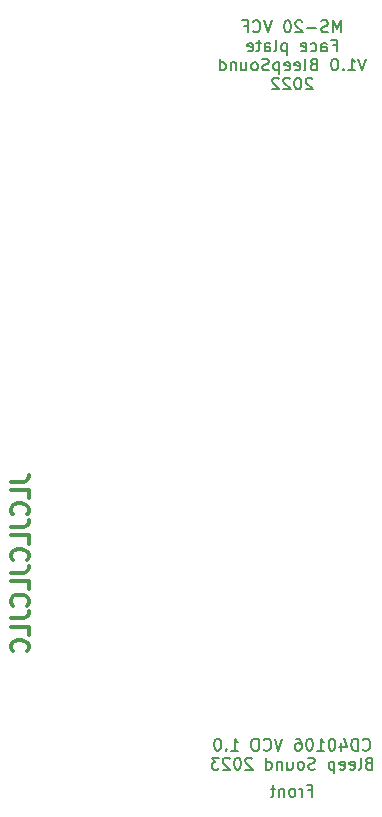
<source format=gbo>
G04 #@! TF.GenerationSoftware,KiCad,Pcbnew,7.0.7-7.0.7~ubuntu22.04.1*
G04 #@! TF.CreationDate,2023-12-10T22:01:32+01:00*
G04 #@! TF.ProjectId,CD40106_VCO,43443430-3130-4365-9f56-434f2e6b6963,rev?*
G04 #@! TF.SameCoordinates,Original*
G04 #@! TF.FileFunction,Legend,Bot*
G04 #@! TF.FilePolarity,Positive*
%FSLAX46Y46*%
G04 Gerber Fmt 4.6, Leading zero omitted, Abs format (unit mm)*
G04 Created by KiCad (PCBNEW 7.0.7-7.0.7~ubuntu22.04.1) date 2023-12-10 22:01:32*
%MOMM*%
%LPD*%
G01*
G04 APERTURE LIST*
%ADD10C,0.150000*%
%ADD11C,0.300000*%
%ADD12O,6.700000X4.200000*%
%ADD13C,8.000000*%
G04 APERTURE END LIST*
D10*
X114357142Y-93231009D02*
X114690475Y-93231009D01*
X114690475Y-93754819D02*
X114690475Y-92754819D01*
X114690475Y-92754819D02*
X114214285Y-92754819D01*
X113833332Y-93754819D02*
X113833332Y-93088152D01*
X113833332Y-93278628D02*
X113785713Y-93183390D01*
X113785713Y-93183390D02*
X113738094Y-93135771D01*
X113738094Y-93135771D02*
X113642856Y-93088152D01*
X113642856Y-93088152D02*
X113547618Y-93088152D01*
X113071427Y-93754819D02*
X113166665Y-93707200D01*
X113166665Y-93707200D02*
X113214284Y-93659580D01*
X113214284Y-93659580D02*
X113261903Y-93564342D01*
X113261903Y-93564342D02*
X113261903Y-93278628D01*
X113261903Y-93278628D02*
X113214284Y-93183390D01*
X113214284Y-93183390D02*
X113166665Y-93135771D01*
X113166665Y-93135771D02*
X113071427Y-93088152D01*
X113071427Y-93088152D02*
X112928570Y-93088152D01*
X112928570Y-93088152D02*
X112833332Y-93135771D01*
X112833332Y-93135771D02*
X112785713Y-93183390D01*
X112785713Y-93183390D02*
X112738094Y-93278628D01*
X112738094Y-93278628D02*
X112738094Y-93564342D01*
X112738094Y-93564342D02*
X112785713Y-93659580D01*
X112785713Y-93659580D02*
X112833332Y-93707200D01*
X112833332Y-93707200D02*
X112928570Y-93754819D01*
X112928570Y-93754819D02*
X113071427Y-93754819D01*
X112309522Y-93088152D02*
X112309522Y-93754819D01*
X112309522Y-93183390D02*
X112261903Y-93135771D01*
X112261903Y-93135771D02*
X112166665Y-93088152D01*
X112166665Y-93088152D02*
X112023808Y-93088152D01*
X112023808Y-93088152D02*
X111928570Y-93135771D01*
X111928570Y-93135771D02*
X111880951Y-93231009D01*
X111880951Y-93231009D02*
X111880951Y-93754819D01*
X111547617Y-93088152D02*
X111166665Y-93088152D01*
X111404760Y-92754819D02*
X111404760Y-93611961D01*
X111404760Y-93611961D02*
X111357141Y-93707200D01*
X111357141Y-93707200D02*
X111261903Y-93754819D01*
X111261903Y-93754819D02*
X111166665Y-93754819D01*
D11*
X89178328Y-67071428D02*
X90249757Y-67071428D01*
X90249757Y-67071428D02*
X90464042Y-66999999D01*
X90464042Y-66999999D02*
X90606900Y-66857142D01*
X90606900Y-66857142D02*
X90678328Y-66642856D01*
X90678328Y-66642856D02*
X90678328Y-66499999D01*
X90678328Y-68499999D02*
X90678328Y-67785713D01*
X90678328Y-67785713D02*
X89178328Y-67785713D01*
X90535471Y-69857142D02*
X90606900Y-69785714D01*
X90606900Y-69785714D02*
X90678328Y-69571428D01*
X90678328Y-69571428D02*
X90678328Y-69428571D01*
X90678328Y-69428571D02*
X90606900Y-69214285D01*
X90606900Y-69214285D02*
X90464042Y-69071428D01*
X90464042Y-69071428D02*
X90321185Y-68999999D01*
X90321185Y-68999999D02*
X90035471Y-68928571D01*
X90035471Y-68928571D02*
X89821185Y-68928571D01*
X89821185Y-68928571D02*
X89535471Y-68999999D01*
X89535471Y-68999999D02*
X89392614Y-69071428D01*
X89392614Y-69071428D02*
X89249757Y-69214285D01*
X89249757Y-69214285D02*
X89178328Y-69428571D01*
X89178328Y-69428571D02*
X89178328Y-69571428D01*
X89178328Y-69571428D02*
X89249757Y-69785714D01*
X89249757Y-69785714D02*
X89321185Y-69857142D01*
X89178328Y-70928571D02*
X90249757Y-70928571D01*
X90249757Y-70928571D02*
X90464042Y-70857142D01*
X90464042Y-70857142D02*
X90606900Y-70714285D01*
X90606900Y-70714285D02*
X90678328Y-70499999D01*
X90678328Y-70499999D02*
X90678328Y-70357142D01*
X90678328Y-72357142D02*
X90678328Y-71642856D01*
X90678328Y-71642856D02*
X89178328Y-71642856D01*
X90535471Y-73714285D02*
X90606900Y-73642857D01*
X90606900Y-73642857D02*
X90678328Y-73428571D01*
X90678328Y-73428571D02*
X90678328Y-73285714D01*
X90678328Y-73285714D02*
X90606900Y-73071428D01*
X90606900Y-73071428D02*
X90464042Y-72928571D01*
X90464042Y-72928571D02*
X90321185Y-72857142D01*
X90321185Y-72857142D02*
X90035471Y-72785714D01*
X90035471Y-72785714D02*
X89821185Y-72785714D01*
X89821185Y-72785714D02*
X89535471Y-72857142D01*
X89535471Y-72857142D02*
X89392614Y-72928571D01*
X89392614Y-72928571D02*
X89249757Y-73071428D01*
X89249757Y-73071428D02*
X89178328Y-73285714D01*
X89178328Y-73285714D02*
X89178328Y-73428571D01*
X89178328Y-73428571D02*
X89249757Y-73642857D01*
X89249757Y-73642857D02*
X89321185Y-73714285D01*
X89178328Y-74785714D02*
X90249757Y-74785714D01*
X90249757Y-74785714D02*
X90464042Y-74714285D01*
X90464042Y-74714285D02*
X90606900Y-74571428D01*
X90606900Y-74571428D02*
X90678328Y-74357142D01*
X90678328Y-74357142D02*
X90678328Y-74214285D01*
X90678328Y-76214285D02*
X90678328Y-75499999D01*
X90678328Y-75499999D02*
X89178328Y-75499999D01*
X90535471Y-77571428D02*
X90606900Y-77500000D01*
X90606900Y-77500000D02*
X90678328Y-77285714D01*
X90678328Y-77285714D02*
X90678328Y-77142857D01*
X90678328Y-77142857D02*
X90606900Y-76928571D01*
X90606900Y-76928571D02*
X90464042Y-76785714D01*
X90464042Y-76785714D02*
X90321185Y-76714285D01*
X90321185Y-76714285D02*
X90035471Y-76642857D01*
X90035471Y-76642857D02*
X89821185Y-76642857D01*
X89821185Y-76642857D02*
X89535471Y-76714285D01*
X89535471Y-76714285D02*
X89392614Y-76785714D01*
X89392614Y-76785714D02*
X89249757Y-76928571D01*
X89249757Y-76928571D02*
X89178328Y-77142857D01*
X89178328Y-77142857D02*
X89178328Y-77285714D01*
X89178328Y-77285714D02*
X89249757Y-77500000D01*
X89249757Y-77500000D02*
X89321185Y-77571428D01*
X89178328Y-78642857D02*
X90249757Y-78642857D01*
X90249757Y-78642857D02*
X90464042Y-78571428D01*
X90464042Y-78571428D02*
X90606900Y-78428571D01*
X90606900Y-78428571D02*
X90678328Y-78214285D01*
X90678328Y-78214285D02*
X90678328Y-78071428D01*
X90678328Y-80071428D02*
X90678328Y-79357142D01*
X90678328Y-79357142D02*
X89178328Y-79357142D01*
X90535471Y-81428571D02*
X90606900Y-81357143D01*
X90606900Y-81357143D02*
X90678328Y-81142857D01*
X90678328Y-81142857D02*
X90678328Y-81000000D01*
X90678328Y-81000000D02*
X90606900Y-80785714D01*
X90606900Y-80785714D02*
X90464042Y-80642857D01*
X90464042Y-80642857D02*
X90321185Y-80571428D01*
X90321185Y-80571428D02*
X90035471Y-80500000D01*
X90035471Y-80500000D02*
X89821185Y-80500000D01*
X89821185Y-80500000D02*
X89535471Y-80571428D01*
X89535471Y-80571428D02*
X89392614Y-80642857D01*
X89392614Y-80642857D02*
X89249757Y-80785714D01*
X89249757Y-80785714D02*
X89178328Y-81000000D01*
X89178328Y-81000000D02*
X89178328Y-81142857D01*
X89178328Y-81142857D02*
X89249757Y-81357143D01*
X89249757Y-81357143D02*
X89321185Y-81428571D01*
D10*
X118976189Y-89754580D02*
X119023808Y-89802200D01*
X119023808Y-89802200D02*
X119166665Y-89849819D01*
X119166665Y-89849819D02*
X119261903Y-89849819D01*
X119261903Y-89849819D02*
X119404760Y-89802200D01*
X119404760Y-89802200D02*
X119499998Y-89706961D01*
X119499998Y-89706961D02*
X119547617Y-89611723D01*
X119547617Y-89611723D02*
X119595236Y-89421247D01*
X119595236Y-89421247D02*
X119595236Y-89278390D01*
X119595236Y-89278390D02*
X119547617Y-89087914D01*
X119547617Y-89087914D02*
X119499998Y-88992676D01*
X119499998Y-88992676D02*
X119404760Y-88897438D01*
X119404760Y-88897438D02*
X119261903Y-88849819D01*
X119261903Y-88849819D02*
X119166665Y-88849819D01*
X119166665Y-88849819D02*
X119023808Y-88897438D01*
X119023808Y-88897438D02*
X118976189Y-88945057D01*
X118547617Y-89849819D02*
X118547617Y-88849819D01*
X118547617Y-88849819D02*
X118309522Y-88849819D01*
X118309522Y-88849819D02*
X118166665Y-88897438D01*
X118166665Y-88897438D02*
X118071427Y-88992676D01*
X118071427Y-88992676D02*
X118023808Y-89087914D01*
X118023808Y-89087914D02*
X117976189Y-89278390D01*
X117976189Y-89278390D02*
X117976189Y-89421247D01*
X117976189Y-89421247D02*
X118023808Y-89611723D01*
X118023808Y-89611723D02*
X118071427Y-89706961D01*
X118071427Y-89706961D02*
X118166665Y-89802200D01*
X118166665Y-89802200D02*
X118309522Y-89849819D01*
X118309522Y-89849819D02*
X118547617Y-89849819D01*
X117119046Y-89183152D02*
X117119046Y-89849819D01*
X117357141Y-88802200D02*
X117595236Y-89516485D01*
X117595236Y-89516485D02*
X116976189Y-89516485D01*
X116404760Y-88849819D02*
X116309522Y-88849819D01*
X116309522Y-88849819D02*
X116214284Y-88897438D01*
X116214284Y-88897438D02*
X116166665Y-88945057D01*
X116166665Y-88945057D02*
X116119046Y-89040295D01*
X116119046Y-89040295D02*
X116071427Y-89230771D01*
X116071427Y-89230771D02*
X116071427Y-89468866D01*
X116071427Y-89468866D02*
X116119046Y-89659342D01*
X116119046Y-89659342D02*
X116166665Y-89754580D01*
X116166665Y-89754580D02*
X116214284Y-89802200D01*
X116214284Y-89802200D02*
X116309522Y-89849819D01*
X116309522Y-89849819D02*
X116404760Y-89849819D01*
X116404760Y-89849819D02*
X116499998Y-89802200D01*
X116499998Y-89802200D02*
X116547617Y-89754580D01*
X116547617Y-89754580D02*
X116595236Y-89659342D01*
X116595236Y-89659342D02*
X116642855Y-89468866D01*
X116642855Y-89468866D02*
X116642855Y-89230771D01*
X116642855Y-89230771D02*
X116595236Y-89040295D01*
X116595236Y-89040295D02*
X116547617Y-88945057D01*
X116547617Y-88945057D02*
X116499998Y-88897438D01*
X116499998Y-88897438D02*
X116404760Y-88849819D01*
X115119046Y-89849819D02*
X115690474Y-89849819D01*
X115404760Y-89849819D02*
X115404760Y-88849819D01*
X115404760Y-88849819D02*
X115499998Y-88992676D01*
X115499998Y-88992676D02*
X115595236Y-89087914D01*
X115595236Y-89087914D02*
X115690474Y-89135533D01*
X114499998Y-88849819D02*
X114404760Y-88849819D01*
X114404760Y-88849819D02*
X114309522Y-88897438D01*
X114309522Y-88897438D02*
X114261903Y-88945057D01*
X114261903Y-88945057D02*
X114214284Y-89040295D01*
X114214284Y-89040295D02*
X114166665Y-89230771D01*
X114166665Y-89230771D02*
X114166665Y-89468866D01*
X114166665Y-89468866D02*
X114214284Y-89659342D01*
X114214284Y-89659342D02*
X114261903Y-89754580D01*
X114261903Y-89754580D02*
X114309522Y-89802200D01*
X114309522Y-89802200D02*
X114404760Y-89849819D01*
X114404760Y-89849819D02*
X114499998Y-89849819D01*
X114499998Y-89849819D02*
X114595236Y-89802200D01*
X114595236Y-89802200D02*
X114642855Y-89754580D01*
X114642855Y-89754580D02*
X114690474Y-89659342D01*
X114690474Y-89659342D02*
X114738093Y-89468866D01*
X114738093Y-89468866D02*
X114738093Y-89230771D01*
X114738093Y-89230771D02*
X114690474Y-89040295D01*
X114690474Y-89040295D02*
X114642855Y-88945057D01*
X114642855Y-88945057D02*
X114595236Y-88897438D01*
X114595236Y-88897438D02*
X114499998Y-88849819D01*
X113309522Y-88849819D02*
X113499998Y-88849819D01*
X113499998Y-88849819D02*
X113595236Y-88897438D01*
X113595236Y-88897438D02*
X113642855Y-88945057D01*
X113642855Y-88945057D02*
X113738093Y-89087914D01*
X113738093Y-89087914D02*
X113785712Y-89278390D01*
X113785712Y-89278390D02*
X113785712Y-89659342D01*
X113785712Y-89659342D02*
X113738093Y-89754580D01*
X113738093Y-89754580D02*
X113690474Y-89802200D01*
X113690474Y-89802200D02*
X113595236Y-89849819D01*
X113595236Y-89849819D02*
X113404760Y-89849819D01*
X113404760Y-89849819D02*
X113309522Y-89802200D01*
X113309522Y-89802200D02*
X113261903Y-89754580D01*
X113261903Y-89754580D02*
X113214284Y-89659342D01*
X113214284Y-89659342D02*
X113214284Y-89421247D01*
X113214284Y-89421247D02*
X113261903Y-89326009D01*
X113261903Y-89326009D02*
X113309522Y-89278390D01*
X113309522Y-89278390D02*
X113404760Y-89230771D01*
X113404760Y-89230771D02*
X113595236Y-89230771D01*
X113595236Y-89230771D02*
X113690474Y-89278390D01*
X113690474Y-89278390D02*
X113738093Y-89326009D01*
X113738093Y-89326009D02*
X113785712Y-89421247D01*
X112166664Y-88849819D02*
X111833331Y-89849819D01*
X111833331Y-89849819D02*
X111499998Y-88849819D01*
X110595236Y-89754580D02*
X110642855Y-89802200D01*
X110642855Y-89802200D02*
X110785712Y-89849819D01*
X110785712Y-89849819D02*
X110880950Y-89849819D01*
X110880950Y-89849819D02*
X111023807Y-89802200D01*
X111023807Y-89802200D02*
X111119045Y-89706961D01*
X111119045Y-89706961D02*
X111166664Y-89611723D01*
X111166664Y-89611723D02*
X111214283Y-89421247D01*
X111214283Y-89421247D02*
X111214283Y-89278390D01*
X111214283Y-89278390D02*
X111166664Y-89087914D01*
X111166664Y-89087914D02*
X111119045Y-88992676D01*
X111119045Y-88992676D02*
X111023807Y-88897438D01*
X111023807Y-88897438D02*
X110880950Y-88849819D01*
X110880950Y-88849819D02*
X110785712Y-88849819D01*
X110785712Y-88849819D02*
X110642855Y-88897438D01*
X110642855Y-88897438D02*
X110595236Y-88945057D01*
X109976188Y-88849819D02*
X109785712Y-88849819D01*
X109785712Y-88849819D02*
X109690474Y-88897438D01*
X109690474Y-88897438D02*
X109595236Y-88992676D01*
X109595236Y-88992676D02*
X109547617Y-89183152D01*
X109547617Y-89183152D02*
X109547617Y-89516485D01*
X109547617Y-89516485D02*
X109595236Y-89706961D01*
X109595236Y-89706961D02*
X109690474Y-89802200D01*
X109690474Y-89802200D02*
X109785712Y-89849819D01*
X109785712Y-89849819D02*
X109976188Y-89849819D01*
X109976188Y-89849819D02*
X110071426Y-89802200D01*
X110071426Y-89802200D02*
X110166664Y-89706961D01*
X110166664Y-89706961D02*
X110214283Y-89516485D01*
X110214283Y-89516485D02*
X110214283Y-89183152D01*
X110214283Y-89183152D02*
X110166664Y-88992676D01*
X110166664Y-88992676D02*
X110071426Y-88897438D01*
X110071426Y-88897438D02*
X109976188Y-88849819D01*
X107833331Y-89849819D02*
X108404759Y-89849819D01*
X108119045Y-89849819D02*
X108119045Y-88849819D01*
X108119045Y-88849819D02*
X108214283Y-88992676D01*
X108214283Y-88992676D02*
X108309521Y-89087914D01*
X108309521Y-89087914D02*
X108404759Y-89135533D01*
X107404759Y-89754580D02*
X107357140Y-89802200D01*
X107357140Y-89802200D02*
X107404759Y-89849819D01*
X107404759Y-89849819D02*
X107452378Y-89802200D01*
X107452378Y-89802200D02*
X107404759Y-89754580D01*
X107404759Y-89754580D02*
X107404759Y-89849819D01*
X106738093Y-88849819D02*
X106642855Y-88849819D01*
X106642855Y-88849819D02*
X106547617Y-88897438D01*
X106547617Y-88897438D02*
X106499998Y-88945057D01*
X106499998Y-88945057D02*
X106452379Y-89040295D01*
X106452379Y-89040295D02*
X106404760Y-89230771D01*
X106404760Y-89230771D02*
X106404760Y-89468866D01*
X106404760Y-89468866D02*
X106452379Y-89659342D01*
X106452379Y-89659342D02*
X106499998Y-89754580D01*
X106499998Y-89754580D02*
X106547617Y-89802200D01*
X106547617Y-89802200D02*
X106642855Y-89849819D01*
X106642855Y-89849819D02*
X106738093Y-89849819D01*
X106738093Y-89849819D02*
X106833331Y-89802200D01*
X106833331Y-89802200D02*
X106880950Y-89754580D01*
X106880950Y-89754580D02*
X106928569Y-89659342D01*
X106928569Y-89659342D02*
X106976188Y-89468866D01*
X106976188Y-89468866D02*
X106976188Y-89230771D01*
X106976188Y-89230771D02*
X106928569Y-89040295D01*
X106928569Y-89040295D02*
X106880950Y-88945057D01*
X106880950Y-88945057D02*
X106833331Y-88897438D01*
X106833331Y-88897438D02*
X106738093Y-88849819D01*
X119452380Y-90936009D02*
X119309523Y-90983628D01*
X119309523Y-90983628D02*
X119261904Y-91031247D01*
X119261904Y-91031247D02*
X119214285Y-91126485D01*
X119214285Y-91126485D02*
X119214285Y-91269342D01*
X119214285Y-91269342D02*
X119261904Y-91364580D01*
X119261904Y-91364580D02*
X119309523Y-91412200D01*
X119309523Y-91412200D02*
X119404761Y-91459819D01*
X119404761Y-91459819D02*
X119785713Y-91459819D01*
X119785713Y-91459819D02*
X119785713Y-90459819D01*
X119785713Y-90459819D02*
X119452380Y-90459819D01*
X119452380Y-90459819D02*
X119357142Y-90507438D01*
X119357142Y-90507438D02*
X119309523Y-90555057D01*
X119309523Y-90555057D02*
X119261904Y-90650295D01*
X119261904Y-90650295D02*
X119261904Y-90745533D01*
X119261904Y-90745533D02*
X119309523Y-90840771D01*
X119309523Y-90840771D02*
X119357142Y-90888390D01*
X119357142Y-90888390D02*
X119452380Y-90936009D01*
X119452380Y-90936009D02*
X119785713Y-90936009D01*
X118642856Y-91459819D02*
X118738094Y-91412200D01*
X118738094Y-91412200D02*
X118785713Y-91316961D01*
X118785713Y-91316961D02*
X118785713Y-90459819D01*
X117880951Y-91412200D02*
X117976189Y-91459819D01*
X117976189Y-91459819D02*
X118166665Y-91459819D01*
X118166665Y-91459819D02*
X118261903Y-91412200D01*
X118261903Y-91412200D02*
X118309522Y-91316961D01*
X118309522Y-91316961D02*
X118309522Y-90936009D01*
X118309522Y-90936009D02*
X118261903Y-90840771D01*
X118261903Y-90840771D02*
X118166665Y-90793152D01*
X118166665Y-90793152D02*
X117976189Y-90793152D01*
X117976189Y-90793152D02*
X117880951Y-90840771D01*
X117880951Y-90840771D02*
X117833332Y-90936009D01*
X117833332Y-90936009D02*
X117833332Y-91031247D01*
X117833332Y-91031247D02*
X118309522Y-91126485D01*
X117023808Y-91412200D02*
X117119046Y-91459819D01*
X117119046Y-91459819D02*
X117309522Y-91459819D01*
X117309522Y-91459819D02*
X117404760Y-91412200D01*
X117404760Y-91412200D02*
X117452379Y-91316961D01*
X117452379Y-91316961D02*
X117452379Y-90936009D01*
X117452379Y-90936009D02*
X117404760Y-90840771D01*
X117404760Y-90840771D02*
X117309522Y-90793152D01*
X117309522Y-90793152D02*
X117119046Y-90793152D01*
X117119046Y-90793152D02*
X117023808Y-90840771D01*
X117023808Y-90840771D02*
X116976189Y-90936009D01*
X116976189Y-90936009D02*
X116976189Y-91031247D01*
X116976189Y-91031247D02*
X117452379Y-91126485D01*
X116547617Y-90793152D02*
X116547617Y-91793152D01*
X116547617Y-90840771D02*
X116452379Y-90793152D01*
X116452379Y-90793152D02*
X116261903Y-90793152D01*
X116261903Y-90793152D02*
X116166665Y-90840771D01*
X116166665Y-90840771D02*
X116119046Y-90888390D01*
X116119046Y-90888390D02*
X116071427Y-90983628D01*
X116071427Y-90983628D02*
X116071427Y-91269342D01*
X116071427Y-91269342D02*
X116119046Y-91364580D01*
X116119046Y-91364580D02*
X116166665Y-91412200D01*
X116166665Y-91412200D02*
X116261903Y-91459819D01*
X116261903Y-91459819D02*
X116452379Y-91459819D01*
X116452379Y-91459819D02*
X116547617Y-91412200D01*
X114928569Y-91412200D02*
X114785712Y-91459819D01*
X114785712Y-91459819D02*
X114547617Y-91459819D01*
X114547617Y-91459819D02*
X114452379Y-91412200D01*
X114452379Y-91412200D02*
X114404760Y-91364580D01*
X114404760Y-91364580D02*
X114357141Y-91269342D01*
X114357141Y-91269342D02*
X114357141Y-91174104D01*
X114357141Y-91174104D02*
X114404760Y-91078866D01*
X114404760Y-91078866D02*
X114452379Y-91031247D01*
X114452379Y-91031247D02*
X114547617Y-90983628D01*
X114547617Y-90983628D02*
X114738093Y-90936009D01*
X114738093Y-90936009D02*
X114833331Y-90888390D01*
X114833331Y-90888390D02*
X114880950Y-90840771D01*
X114880950Y-90840771D02*
X114928569Y-90745533D01*
X114928569Y-90745533D02*
X114928569Y-90650295D01*
X114928569Y-90650295D02*
X114880950Y-90555057D01*
X114880950Y-90555057D02*
X114833331Y-90507438D01*
X114833331Y-90507438D02*
X114738093Y-90459819D01*
X114738093Y-90459819D02*
X114499998Y-90459819D01*
X114499998Y-90459819D02*
X114357141Y-90507438D01*
X113785712Y-91459819D02*
X113880950Y-91412200D01*
X113880950Y-91412200D02*
X113928569Y-91364580D01*
X113928569Y-91364580D02*
X113976188Y-91269342D01*
X113976188Y-91269342D02*
X113976188Y-90983628D01*
X113976188Y-90983628D02*
X113928569Y-90888390D01*
X113928569Y-90888390D02*
X113880950Y-90840771D01*
X113880950Y-90840771D02*
X113785712Y-90793152D01*
X113785712Y-90793152D02*
X113642855Y-90793152D01*
X113642855Y-90793152D02*
X113547617Y-90840771D01*
X113547617Y-90840771D02*
X113499998Y-90888390D01*
X113499998Y-90888390D02*
X113452379Y-90983628D01*
X113452379Y-90983628D02*
X113452379Y-91269342D01*
X113452379Y-91269342D02*
X113499998Y-91364580D01*
X113499998Y-91364580D02*
X113547617Y-91412200D01*
X113547617Y-91412200D02*
X113642855Y-91459819D01*
X113642855Y-91459819D02*
X113785712Y-91459819D01*
X112595236Y-90793152D02*
X112595236Y-91459819D01*
X113023807Y-90793152D02*
X113023807Y-91316961D01*
X113023807Y-91316961D02*
X112976188Y-91412200D01*
X112976188Y-91412200D02*
X112880950Y-91459819D01*
X112880950Y-91459819D02*
X112738093Y-91459819D01*
X112738093Y-91459819D02*
X112642855Y-91412200D01*
X112642855Y-91412200D02*
X112595236Y-91364580D01*
X112119045Y-90793152D02*
X112119045Y-91459819D01*
X112119045Y-90888390D02*
X112071426Y-90840771D01*
X112071426Y-90840771D02*
X111976188Y-90793152D01*
X111976188Y-90793152D02*
X111833331Y-90793152D01*
X111833331Y-90793152D02*
X111738093Y-90840771D01*
X111738093Y-90840771D02*
X111690474Y-90936009D01*
X111690474Y-90936009D02*
X111690474Y-91459819D01*
X110785712Y-91459819D02*
X110785712Y-90459819D01*
X110785712Y-91412200D02*
X110880950Y-91459819D01*
X110880950Y-91459819D02*
X111071426Y-91459819D01*
X111071426Y-91459819D02*
X111166664Y-91412200D01*
X111166664Y-91412200D02*
X111214283Y-91364580D01*
X111214283Y-91364580D02*
X111261902Y-91269342D01*
X111261902Y-91269342D02*
X111261902Y-90983628D01*
X111261902Y-90983628D02*
X111214283Y-90888390D01*
X111214283Y-90888390D02*
X111166664Y-90840771D01*
X111166664Y-90840771D02*
X111071426Y-90793152D01*
X111071426Y-90793152D02*
X110880950Y-90793152D01*
X110880950Y-90793152D02*
X110785712Y-90840771D01*
X109595235Y-90555057D02*
X109547616Y-90507438D01*
X109547616Y-90507438D02*
X109452378Y-90459819D01*
X109452378Y-90459819D02*
X109214283Y-90459819D01*
X109214283Y-90459819D02*
X109119045Y-90507438D01*
X109119045Y-90507438D02*
X109071426Y-90555057D01*
X109071426Y-90555057D02*
X109023807Y-90650295D01*
X109023807Y-90650295D02*
X109023807Y-90745533D01*
X109023807Y-90745533D02*
X109071426Y-90888390D01*
X109071426Y-90888390D02*
X109642854Y-91459819D01*
X109642854Y-91459819D02*
X109023807Y-91459819D01*
X108404759Y-90459819D02*
X108309521Y-90459819D01*
X108309521Y-90459819D02*
X108214283Y-90507438D01*
X108214283Y-90507438D02*
X108166664Y-90555057D01*
X108166664Y-90555057D02*
X108119045Y-90650295D01*
X108119045Y-90650295D02*
X108071426Y-90840771D01*
X108071426Y-90840771D02*
X108071426Y-91078866D01*
X108071426Y-91078866D02*
X108119045Y-91269342D01*
X108119045Y-91269342D02*
X108166664Y-91364580D01*
X108166664Y-91364580D02*
X108214283Y-91412200D01*
X108214283Y-91412200D02*
X108309521Y-91459819D01*
X108309521Y-91459819D02*
X108404759Y-91459819D01*
X108404759Y-91459819D02*
X108499997Y-91412200D01*
X108499997Y-91412200D02*
X108547616Y-91364580D01*
X108547616Y-91364580D02*
X108595235Y-91269342D01*
X108595235Y-91269342D02*
X108642854Y-91078866D01*
X108642854Y-91078866D02*
X108642854Y-90840771D01*
X108642854Y-90840771D02*
X108595235Y-90650295D01*
X108595235Y-90650295D02*
X108547616Y-90555057D01*
X108547616Y-90555057D02*
X108499997Y-90507438D01*
X108499997Y-90507438D02*
X108404759Y-90459819D01*
X107690473Y-90555057D02*
X107642854Y-90507438D01*
X107642854Y-90507438D02*
X107547616Y-90459819D01*
X107547616Y-90459819D02*
X107309521Y-90459819D01*
X107309521Y-90459819D02*
X107214283Y-90507438D01*
X107214283Y-90507438D02*
X107166664Y-90555057D01*
X107166664Y-90555057D02*
X107119045Y-90650295D01*
X107119045Y-90650295D02*
X107119045Y-90745533D01*
X107119045Y-90745533D02*
X107166664Y-90888390D01*
X107166664Y-90888390D02*
X107738092Y-91459819D01*
X107738092Y-91459819D02*
X107119045Y-91459819D01*
X106785711Y-90459819D02*
X106166664Y-90459819D01*
X106166664Y-90459819D02*
X106499997Y-90840771D01*
X106499997Y-90840771D02*
X106357140Y-90840771D01*
X106357140Y-90840771D02*
X106261902Y-90888390D01*
X106261902Y-90888390D02*
X106214283Y-90936009D01*
X106214283Y-90936009D02*
X106166664Y-91031247D01*
X106166664Y-91031247D02*
X106166664Y-91269342D01*
X106166664Y-91269342D02*
X106214283Y-91364580D01*
X106214283Y-91364580D02*
X106261902Y-91412200D01*
X106261902Y-91412200D02*
X106357140Y-91459819D01*
X106357140Y-91459819D02*
X106642854Y-91459819D01*
X106642854Y-91459819D02*
X106738092Y-91412200D01*
X106738092Y-91412200D02*
X106785711Y-91364580D01*
X117119047Y-29039819D02*
X117119047Y-28039819D01*
X117119047Y-28039819D02*
X116785714Y-28754104D01*
X116785714Y-28754104D02*
X116452381Y-28039819D01*
X116452381Y-28039819D02*
X116452381Y-29039819D01*
X116023809Y-28992200D02*
X115880952Y-29039819D01*
X115880952Y-29039819D02*
X115642857Y-29039819D01*
X115642857Y-29039819D02*
X115547619Y-28992200D01*
X115547619Y-28992200D02*
X115500000Y-28944580D01*
X115500000Y-28944580D02*
X115452381Y-28849342D01*
X115452381Y-28849342D02*
X115452381Y-28754104D01*
X115452381Y-28754104D02*
X115500000Y-28658866D01*
X115500000Y-28658866D02*
X115547619Y-28611247D01*
X115547619Y-28611247D02*
X115642857Y-28563628D01*
X115642857Y-28563628D02*
X115833333Y-28516009D01*
X115833333Y-28516009D02*
X115928571Y-28468390D01*
X115928571Y-28468390D02*
X115976190Y-28420771D01*
X115976190Y-28420771D02*
X116023809Y-28325533D01*
X116023809Y-28325533D02*
X116023809Y-28230295D01*
X116023809Y-28230295D02*
X115976190Y-28135057D01*
X115976190Y-28135057D02*
X115928571Y-28087438D01*
X115928571Y-28087438D02*
X115833333Y-28039819D01*
X115833333Y-28039819D02*
X115595238Y-28039819D01*
X115595238Y-28039819D02*
X115452381Y-28087438D01*
X115023809Y-28658866D02*
X114261905Y-28658866D01*
X113833333Y-28135057D02*
X113785714Y-28087438D01*
X113785714Y-28087438D02*
X113690476Y-28039819D01*
X113690476Y-28039819D02*
X113452381Y-28039819D01*
X113452381Y-28039819D02*
X113357143Y-28087438D01*
X113357143Y-28087438D02*
X113309524Y-28135057D01*
X113309524Y-28135057D02*
X113261905Y-28230295D01*
X113261905Y-28230295D02*
X113261905Y-28325533D01*
X113261905Y-28325533D02*
X113309524Y-28468390D01*
X113309524Y-28468390D02*
X113880952Y-29039819D01*
X113880952Y-29039819D02*
X113261905Y-29039819D01*
X112642857Y-28039819D02*
X112547619Y-28039819D01*
X112547619Y-28039819D02*
X112452381Y-28087438D01*
X112452381Y-28087438D02*
X112404762Y-28135057D01*
X112404762Y-28135057D02*
X112357143Y-28230295D01*
X112357143Y-28230295D02*
X112309524Y-28420771D01*
X112309524Y-28420771D02*
X112309524Y-28658866D01*
X112309524Y-28658866D02*
X112357143Y-28849342D01*
X112357143Y-28849342D02*
X112404762Y-28944580D01*
X112404762Y-28944580D02*
X112452381Y-28992200D01*
X112452381Y-28992200D02*
X112547619Y-29039819D01*
X112547619Y-29039819D02*
X112642857Y-29039819D01*
X112642857Y-29039819D02*
X112738095Y-28992200D01*
X112738095Y-28992200D02*
X112785714Y-28944580D01*
X112785714Y-28944580D02*
X112833333Y-28849342D01*
X112833333Y-28849342D02*
X112880952Y-28658866D01*
X112880952Y-28658866D02*
X112880952Y-28420771D01*
X112880952Y-28420771D02*
X112833333Y-28230295D01*
X112833333Y-28230295D02*
X112785714Y-28135057D01*
X112785714Y-28135057D02*
X112738095Y-28087438D01*
X112738095Y-28087438D02*
X112642857Y-28039819D01*
X111261904Y-28039819D02*
X110928571Y-29039819D01*
X110928571Y-29039819D02*
X110595238Y-28039819D01*
X109690476Y-28944580D02*
X109738095Y-28992200D01*
X109738095Y-28992200D02*
X109880952Y-29039819D01*
X109880952Y-29039819D02*
X109976190Y-29039819D01*
X109976190Y-29039819D02*
X110119047Y-28992200D01*
X110119047Y-28992200D02*
X110214285Y-28896961D01*
X110214285Y-28896961D02*
X110261904Y-28801723D01*
X110261904Y-28801723D02*
X110309523Y-28611247D01*
X110309523Y-28611247D02*
X110309523Y-28468390D01*
X110309523Y-28468390D02*
X110261904Y-28277914D01*
X110261904Y-28277914D02*
X110214285Y-28182676D01*
X110214285Y-28182676D02*
X110119047Y-28087438D01*
X110119047Y-28087438D02*
X109976190Y-28039819D01*
X109976190Y-28039819D02*
X109880952Y-28039819D01*
X109880952Y-28039819D02*
X109738095Y-28087438D01*
X109738095Y-28087438D02*
X109690476Y-28135057D01*
X108928571Y-28516009D02*
X109261904Y-28516009D01*
X109261904Y-29039819D02*
X109261904Y-28039819D01*
X109261904Y-28039819D02*
X108785714Y-28039819D01*
X116428572Y-30126009D02*
X116761905Y-30126009D01*
X116761905Y-30649819D02*
X116761905Y-29649819D01*
X116761905Y-29649819D02*
X116285715Y-29649819D01*
X115476191Y-30649819D02*
X115476191Y-30126009D01*
X115476191Y-30126009D02*
X115523810Y-30030771D01*
X115523810Y-30030771D02*
X115619048Y-29983152D01*
X115619048Y-29983152D02*
X115809524Y-29983152D01*
X115809524Y-29983152D02*
X115904762Y-30030771D01*
X115476191Y-30602200D02*
X115571429Y-30649819D01*
X115571429Y-30649819D02*
X115809524Y-30649819D01*
X115809524Y-30649819D02*
X115904762Y-30602200D01*
X115904762Y-30602200D02*
X115952381Y-30506961D01*
X115952381Y-30506961D02*
X115952381Y-30411723D01*
X115952381Y-30411723D02*
X115904762Y-30316485D01*
X115904762Y-30316485D02*
X115809524Y-30268866D01*
X115809524Y-30268866D02*
X115571429Y-30268866D01*
X115571429Y-30268866D02*
X115476191Y-30221247D01*
X114571429Y-30602200D02*
X114666667Y-30649819D01*
X114666667Y-30649819D02*
X114857143Y-30649819D01*
X114857143Y-30649819D02*
X114952381Y-30602200D01*
X114952381Y-30602200D02*
X115000000Y-30554580D01*
X115000000Y-30554580D02*
X115047619Y-30459342D01*
X115047619Y-30459342D02*
X115047619Y-30173628D01*
X115047619Y-30173628D02*
X115000000Y-30078390D01*
X115000000Y-30078390D02*
X114952381Y-30030771D01*
X114952381Y-30030771D02*
X114857143Y-29983152D01*
X114857143Y-29983152D02*
X114666667Y-29983152D01*
X114666667Y-29983152D02*
X114571429Y-30030771D01*
X113761905Y-30602200D02*
X113857143Y-30649819D01*
X113857143Y-30649819D02*
X114047619Y-30649819D01*
X114047619Y-30649819D02*
X114142857Y-30602200D01*
X114142857Y-30602200D02*
X114190476Y-30506961D01*
X114190476Y-30506961D02*
X114190476Y-30126009D01*
X114190476Y-30126009D02*
X114142857Y-30030771D01*
X114142857Y-30030771D02*
X114047619Y-29983152D01*
X114047619Y-29983152D02*
X113857143Y-29983152D01*
X113857143Y-29983152D02*
X113761905Y-30030771D01*
X113761905Y-30030771D02*
X113714286Y-30126009D01*
X113714286Y-30126009D02*
X113714286Y-30221247D01*
X113714286Y-30221247D02*
X114190476Y-30316485D01*
X112523809Y-29983152D02*
X112523809Y-30983152D01*
X112523809Y-30030771D02*
X112428571Y-29983152D01*
X112428571Y-29983152D02*
X112238095Y-29983152D01*
X112238095Y-29983152D02*
X112142857Y-30030771D01*
X112142857Y-30030771D02*
X112095238Y-30078390D01*
X112095238Y-30078390D02*
X112047619Y-30173628D01*
X112047619Y-30173628D02*
X112047619Y-30459342D01*
X112047619Y-30459342D02*
X112095238Y-30554580D01*
X112095238Y-30554580D02*
X112142857Y-30602200D01*
X112142857Y-30602200D02*
X112238095Y-30649819D01*
X112238095Y-30649819D02*
X112428571Y-30649819D01*
X112428571Y-30649819D02*
X112523809Y-30602200D01*
X111476190Y-30649819D02*
X111571428Y-30602200D01*
X111571428Y-30602200D02*
X111619047Y-30506961D01*
X111619047Y-30506961D02*
X111619047Y-29649819D01*
X110666666Y-30649819D02*
X110666666Y-30126009D01*
X110666666Y-30126009D02*
X110714285Y-30030771D01*
X110714285Y-30030771D02*
X110809523Y-29983152D01*
X110809523Y-29983152D02*
X110999999Y-29983152D01*
X110999999Y-29983152D02*
X111095237Y-30030771D01*
X110666666Y-30602200D02*
X110761904Y-30649819D01*
X110761904Y-30649819D02*
X110999999Y-30649819D01*
X110999999Y-30649819D02*
X111095237Y-30602200D01*
X111095237Y-30602200D02*
X111142856Y-30506961D01*
X111142856Y-30506961D02*
X111142856Y-30411723D01*
X111142856Y-30411723D02*
X111095237Y-30316485D01*
X111095237Y-30316485D02*
X110999999Y-30268866D01*
X110999999Y-30268866D02*
X110761904Y-30268866D01*
X110761904Y-30268866D02*
X110666666Y-30221247D01*
X110333332Y-29983152D02*
X109952380Y-29983152D01*
X110190475Y-29649819D02*
X110190475Y-30506961D01*
X110190475Y-30506961D02*
X110142856Y-30602200D01*
X110142856Y-30602200D02*
X110047618Y-30649819D01*
X110047618Y-30649819D02*
X109952380Y-30649819D01*
X109238094Y-30602200D02*
X109333332Y-30649819D01*
X109333332Y-30649819D02*
X109523808Y-30649819D01*
X109523808Y-30649819D02*
X109619046Y-30602200D01*
X109619046Y-30602200D02*
X109666665Y-30506961D01*
X109666665Y-30506961D02*
X109666665Y-30126009D01*
X109666665Y-30126009D02*
X109619046Y-30030771D01*
X109619046Y-30030771D02*
X109523808Y-29983152D01*
X109523808Y-29983152D02*
X109333332Y-29983152D01*
X109333332Y-29983152D02*
X109238094Y-30030771D01*
X109238094Y-30030771D02*
X109190475Y-30126009D01*
X109190475Y-30126009D02*
X109190475Y-30221247D01*
X109190475Y-30221247D02*
X109666665Y-30316485D01*
X119261904Y-31259819D02*
X118928571Y-32259819D01*
X118928571Y-32259819D02*
X118595238Y-31259819D01*
X117738095Y-32259819D02*
X118309523Y-32259819D01*
X118023809Y-32259819D02*
X118023809Y-31259819D01*
X118023809Y-31259819D02*
X118119047Y-31402676D01*
X118119047Y-31402676D02*
X118214285Y-31497914D01*
X118214285Y-31497914D02*
X118309523Y-31545533D01*
X117309523Y-32164580D02*
X117261904Y-32212200D01*
X117261904Y-32212200D02*
X117309523Y-32259819D01*
X117309523Y-32259819D02*
X117357142Y-32212200D01*
X117357142Y-32212200D02*
X117309523Y-32164580D01*
X117309523Y-32164580D02*
X117309523Y-32259819D01*
X116642857Y-31259819D02*
X116547619Y-31259819D01*
X116547619Y-31259819D02*
X116452381Y-31307438D01*
X116452381Y-31307438D02*
X116404762Y-31355057D01*
X116404762Y-31355057D02*
X116357143Y-31450295D01*
X116357143Y-31450295D02*
X116309524Y-31640771D01*
X116309524Y-31640771D02*
X116309524Y-31878866D01*
X116309524Y-31878866D02*
X116357143Y-32069342D01*
X116357143Y-32069342D02*
X116404762Y-32164580D01*
X116404762Y-32164580D02*
X116452381Y-32212200D01*
X116452381Y-32212200D02*
X116547619Y-32259819D01*
X116547619Y-32259819D02*
X116642857Y-32259819D01*
X116642857Y-32259819D02*
X116738095Y-32212200D01*
X116738095Y-32212200D02*
X116785714Y-32164580D01*
X116785714Y-32164580D02*
X116833333Y-32069342D01*
X116833333Y-32069342D02*
X116880952Y-31878866D01*
X116880952Y-31878866D02*
X116880952Y-31640771D01*
X116880952Y-31640771D02*
X116833333Y-31450295D01*
X116833333Y-31450295D02*
X116785714Y-31355057D01*
X116785714Y-31355057D02*
X116738095Y-31307438D01*
X116738095Y-31307438D02*
X116642857Y-31259819D01*
X114785714Y-31736009D02*
X114642857Y-31783628D01*
X114642857Y-31783628D02*
X114595238Y-31831247D01*
X114595238Y-31831247D02*
X114547619Y-31926485D01*
X114547619Y-31926485D02*
X114547619Y-32069342D01*
X114547619Y-32069342D02*
X114595238Y-32164580D01*
X114595238Y-32164580D02*
X114642857Y-32212200D01*
X114642857Y-32212200D02*
X114738095Y-32259819D01*
X114738095Y-32259819D02*
X115119047Y-32259819D01*
X115119047Y-32259819D02*
X115119047Y-31259819D01*
X115119047Y-31259819D02*
X114785714Y-31259819D01*
X114785714Y-31259819D02*
X114690476Y-31307438D01*
X114690476Y-31307438D02*
X114642857Y-31355057D01*
X114642857Y-31355057D02*
X114595238Y-31450295D01*
X114595238Y-31450295D02*
X114595238Y-31545533D01*
X114595238Y-31545533D02*
X114642857Y-31640771D01*
X114642857Y-31640771D02*
X114690476Y-31688390D01*
X114690476Y-31688390D02*
X114785714Y-31736009D01*
X114785714Y-31736009D02*
X115119047Y-31736009D01*
X113976190Y-32259819D02*
X114071428Y-32212200D01*
X114071428Y-32212200D02*
X114119047Y-32116961D01*
X114119047Y-32116961D02*
X114119047Y-31259819D01*
X113214285Y-32212200D02*
X113309523Y-32259819D01*
X113309523Y-32259819D02*
X113499999Y-32259819D01*
X113499999Y-32259819D02*
X113595237Y-32212200D01*
X113595237Y-32212200D02*
X113642856Y-32116961D01*
X113642856Y-32116961D02*
X113642856Y-31736009D01*
X113642856Y-31736009D02*
X113595237Y-31640771D01*
X113595237Y-31640771D02*
X113499999Y-31593152D01*
X113499999Y-31593152D02*
X113309523Y-31593152D01*
X113309523Y-31593152D02*
X113214285Y-31640771D01*
X113214285Y-31640771D02*
X113166666Y-31736009D01*
X113166666Y-31736009D02*
X113166666Y-31831247D01*
X113166666Y-31831247D02*
X113642856Y-31926485D01*
X112357142Y-32212200D02*
X112452380Y-32259819D01*
X112452380Y-32259819D02*
X112642856Y-32259819D01*
X112642856Y-32259819D02*
X112738094Y-32212200D01*
X112738094Y-32212200D02*
X112785713Y-32116961D01*
X112785713Y-32116961D02*
X112785713Y-31736009D01*
X112785713Y-31736009D02*
X112738094Y-31640771D01*
X112738094Y-31640771D02*
X112642856Y-31593152D01*
X112642856Y-31593152D02*
X112452380Y-31593152D01*
X112452380Y-31593152D02*
X112357142Y-31640771D01*
X112357142Y-31640771D02*
X112309523Y-31736009D01*
X112309523Y-31736009D02*
X112309523Y-31831247D01*
X112309523Y-31831247D02*
X112785713Y-31926485D01*
X111880951Y-31593152D02*
X111880951Y-32593152D01*
X111880951Y-31640771D02*
X111785713Y-31593152D01*
X111785713Y-31593152D02*
X111595237Y-31593152D01*
X111595237Y-31593152D02*
X111499999Y-31640771D01*
X111499999Y-31640771D02*
X111452380Y-31688390D01*
X111452380Y-31688390D02*
X111404761Y-31783628D01*
X111404761Y-31783628D02*
X111404761Y-32069342D01*
X111404761Y-32069342D02*
X111452380Y-32164580D01*
X111452380Y-32164580D02*
X111499999Y-32212200D01*
X111499999Y-32212200D02*
X111595237Y-32259819D01*
X111595237Y-32259819D02*
X111785713Y-32259819D01*
X111785713Y-32259819D02*
X111880951Y-32212200D01*
X111023808Y-32212200D02*
X110880951Y-32259819D01*
X110880951Y-32259819D02*
X110642856Y-32259819D01*
X110642856Y-32259819D02*
X110547618Y-32212200D01*
X110547618Y-32212200D02*
X110499999Y-32164580D01*
X110499999Y-32164580D02*
X110452380Y-32069342D01*
X110452380Y-32069342D02*
X110452380Y-31974104D01*
X110452380Y-31974104D02*
X110499999Y-31878866D01*
X110499999Y-31878866D02*
X110547618Y-31831247D01*
X110547618Y-31831247D02*
X110642856Y-31783628D01*
X110642856Y-31783628D02*
X110833332Y-31736009D01*
X110833332Y-31736009D02*
X110928570Y-31688390D01*
X110928570Y-31688390D02*
X110976189Y-31640771D01*
X110976189Y-31640771D02*
X111023808Y-31545533D01*
X111023808Y-31545533D02*
X111023808Y-31450295D01*
X111023808Y-31450295D02*
X110976189Y-31355057D01*
X110976189Y-31355057D02*
X110928570Y-31307438D01*
X110928570Y-31307438D02*
X110833332Y-31259819D01*
X110833332Y-31259819D02*
X110595237Y-31259819D01*
X110595237Y-31259819D02*
X110452380Y-31307438D01*
X109880951Y-32259819D02*
X109976189Y-32212200D01*
X109976189Y-32212200D02*
X110023808Y-32164580D01*
X110023808Y-32164580D02*
X110071427Y-32069342D01*
X110071427Y-32069342D02*
X110071427Y-31783628D01*
X110071427Y-31783628D02*
X110023808Y-31688390D01*
X110023808Y-31688390D02*
X109976189Y-31640771D01*
X109976189Y-31640771D02*
X109880951Y-31593152D01*
X109880951Y-31593152D02*
X109738094Y-31593152D01*
X109738094Y-31593152D02*
X109642856Y-31640771D01*
X109642856Y-31640771D02*
X109595237Y-31688390D01*
X109595237Y-31688390D02*
X109547618Y-31783628D01*
X109547618Y-31783628D02*
X109547618Y-32069342D01*
X109547618Y-32069342D02*
X109595237Y-32164580D01*
X109595237Y-32164580D02*
X109642856Y-32212200D01*
X109642856Y-32212200D02*
X109738094Y-32259819D01*
X109738094Y-32259819D02*
X109880951Y-32259819D01*
X108690475Y-31593152D02*
X108690475Y-32259819D01*
X109119046Y-31593152D02*
X109119046Y-32116961D01*
X109119046Y-32116961D02*
X109071427Y-32212200D01*
X109071427Y-32212200D02*
X108976189Y-32259819D01*
X108976189Y-32259819D02*
X108833332Y-32259819D01*
X108833332Y-32259819D02*
X108738094Y-32212200D01*
X108738094Y-32212200D02*
X108690475Y-32164580D01*
X108214284Y-31593152D02*
X108214284Y-32259819D01*
X108214284Y-31688390D02*
X108166665Y-31640771D01*
X108166665Y-31640771D02*
X108071427Y-31593152D01*
X108071427Y-31593152D02*
X107928570Y-31593152D01*
X107928570Y-31593152D02*
X107833332Y-31640771D01*
X107833332Y-31640771D02*
X107785713Y-31736009D01*
X107785713Y-31736009D02*
X107785713Y-32259819D01*
X106880951Y-32259819D02*
X106880951Y-31259819D01*
X106880951Y-32212200D02*
X106976189Y-32259819D01*
X106976189Y-32259819D02*
X107166665Y-32259819D01*
X107166665Y-32259819D02*
X107261903Y-32212200D01*
X107261903Y-32212200D02*
X107309522Y-32164580D01*
X107309522Y-32164580D02*
X107357141Y-32069342D01*
X107357141Y-32069342D02*
X107357141Y-31783628D01*
X107357141Y-31783628D02*
X107309522Y-31688390D01*
X107309522Y-31688390D02*
X107261903Y-31640771D01*
X107261903Y-31640771D02*
X107166665Y-31593152D01*
X107166665Y-31593152D02*
X106976189Y-31593152D01*
X106976189Y-31593152D02*
X106880951Y-31640771D01*
X114714285Y-32965057D02*
X114666666Y-32917438D01*
X114666666Y-32917438D02*
X114571428Y-32869819D01*
X114571428Y-32869819D02*
X114333333Y-32869819D01*
X114333333Y-32869819D02*
X114238095Y-32917438D01*
X114238095Y-32917438D02*
X114190476Y-32965057D01*
X114190476Y-32965057D02*
X114142857Y-33060295D01*
X114142857Y-33060295D02*
X114142857Y-33155533D01*
X114142857Y-33155533D02*
X114190476Y-33298390D01*
X114190476Y-33298390D02*
X114761904Y-33869819D01*
X114761904Y-33869819D02*
X114142857Y-33869819D01*
X113523809Y-32869819D02*
X113428571Y-32869819D01*
X113428571Y-32869819D02*
X113333333Y-32917438D01*
X113333333Y-32917438D02*
X113285714Y-32965057D01*
X113285714Y-32965057D02*
X113238095Y-33060295D01*
X113238095Y-33060295D02*
X113190476Y-33250771D01*
X113190476Y-33250771D02*
X113190476Y-33488866D01*
X113190476Y-33488866D02*
X113238095Y-33679342D01*
X113238095Y-33679342D02*
X113285714Y-33774580D01*
X113285714Y-33774580D02*
X113333333Y-33822200D01*
X113333333Y-33822200D02*
X113428571Y-33869819D01*
X113428571Y-33869819D02*
X113523809Y-33869819D01*
X113523809Y-33869819D02*
X113619047Y-33822200D01*
X113619047Y-33822200D02*
X113666666Y-33774580D01*
X113666666Y-33774580D02*
X113714285Y-33679342D01*
X113714285Y-33679342D02*
X113761904Y-33488866D01*
X113761904Y-33488866D02*
X113761904Y-33250771D01*
X113761904Y-33250771D02*
X113714285Y-33060295D01*
X113714285Y-33060295D02*
X113666666Y-32965057D01*
X113666666Y-32965057D02*
X113619047Y-32917438D01*
X113619047Y-32917438D02*
X113523809Y-32869819D01*
X112809523Y-32965057D02*
X112761904Y-32917438D01*
X112761904Y-32917438D02*
X112666666Y-32869819D01*
X112666666Y-32869819D02*
X112428571Y-32869819D01*
X112428571Y-32869819D02*
X112333333Y-32917438D01*
X112333333Y-32917438D02*
X112285714Y-32965057D01*
X112285714Y-32965057D02*
X112238095Y-33060295D01*
X112238095Y-33060295D02*
X112238095Y-33155533D01*
X112238095Y-33155533D02*
X112285714Y-33298390D01*
X112285714Y-33298390D02*
X112857142Y-33869819D01*
X112857142Y-33869819D02*
X112238095Y-33869819D01*
X111857142Y-32965057D02*
X111809523Y-32917438D01*
X111809523Y-32917438D02*
X111714285Y-32869819D01*
X111714285Y-32869819D02*
X111476190Y-32869819D01*
X111476190Y-32869819D02*
X111380952Y-32917438D01*
X111380952Y-32917438D02*
X111333333Y-32965057D01*
X111333333Y-32965057D02*
X111285714Y-33060295D01*
X111285714Y-33060295D02*
X111285714Y-33155533D01*
X111285714Y-33155533D02*
X111333333Y-33298390D01*
X111333333Y-33298390D02*
X111904761Y-33869819D01*
X111904761Y-33869819D02*
X111285714Y-33869819D01*
%LPC*%
D12*
X95499999Y-30500000D03*
X130499999Y-30500000D03*
X130499999Y-153000000D03*
X95499999Y-153000000D03*
D13*
X119499999Y-139750000D03*
X100899999Y-101250000D03*
X112999999Y-50000000D03*
X93499998Y-125000000D03*
X106499998Y-125000000D03*
X125099999Y-101250000D03*
X125099999Y-80800000D03*
X106499998Y-139750000D03*
X132499999Y-125000000D03*
X119499999Y-125000000D03*
X93499998Y-139750000D03*
X100899999Y-80900000D03*
X132499999Y-139750000D03*
%LPD*%
M02*

</source>
